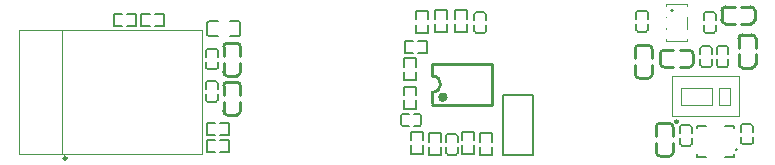
<source format=gto>
G04 Layer: TopSilkscreenLayer*
G04 EasyEDA Pro v2.2.45.4, 2026-01-24 23:10:09*
G04 Gerber Generator version 0.3*
G04 Scale: 100 percent, Rotated: No, Reflected: No*
G04 Dimensions in millimeters*
G04 Leading zeros omitted, absolute positions, 4 integers and 5 decimals*
G04 Generated by one-click*
%FSLAX45Y45*%
%MOMM*%
%ADD10C,0.254*%
%ADD11C,0.2032*%
%ADD12C,0.203*%
%ADD13C,0.1524*%
%ADD14C,0.15199*%
%ADD15C,0.1016*%
%ADD16C,0.1*%
%ADD17C,0.24*%
%ADD18C,0.1529*%
%ADD19C,0.15001*%
%ADD20C,0.4*%
G75*


G04 PolygonModel Start*
G54D10*
G01X9593743Y3533219D02*
G01X9593743Y3613216D01*
G01X9593697Y3477174D02*
G01X9593697Y3397176D01*
G01X9735711Y3533219D02*
G01X9735711Y3613216D01*
G01X9735663Y3477174D02*
G01X9735663Y3397176D01*
G01X9624725Y3644191D02*
G01X9704730Y3644191D01*
G01X9704677Y3366199D02*
G01X9624675Y3366199D01*
G01X9735663Y3397181D02*
G02X9704677Y3366199I-30983J0D01*
G01X9624680Y3366199D02*
G02X9593697Y3397181I0J30983D01*
G01X9593743Y3613211D02*
G02X9624725Y3644191I30983J-3D01*
G01X9704723Y3644191D02*
G02X9735711Y3613211I5J-30983D01*
G01X10436781Y3827943D02*
G01X10356784Y3827943D01*
G01X10492826Y3827897D02*
G01X10572824Y3827897D01*
G01X10436781Y3969911D02*
G01X10356784Y3969911D01*
G01X10492826Y3969863D02*
G01X10572824Y3969863D01*
G01X10325809Y3858925D02*
G01X10325809Y3938930D01*
G01X10603802Y3938877D02*
G01X10603802Y3858875D01*
G01X10572819Y3969863D02*
G02X10603802Y3938877I0J-30983D01*
G01X10603802Y3858880D02*
G02X10572819Y3827897I-30983J0D01*
G01X10356789Y3827943D02*
G02X10325809Y3858925I3J30983D01*
G01X10325809Y3938923D02*
G02X10356789Y3969911I30983J5D01*
G01X10611957Y3566081D02*
G01X10611957Y3486084D01*
G01X10612003Y3622126D02*
G01X10612003Y3702124D01*
G01X10469989Y3566081D02*
G01X10469989Y3486084D01*
G01X10470037Y3622126D02*
G01X10470037Y3702124D01*
G01X10580975Y3455109D02*
G01X10500970Y3455109D01*
G01X10501023Y3733102D02*
G01X10581025Y3733102D01*
G01X10470037Y3702119D02*
G02X10501023Y3733102I30983J0D01*
G01X10581020Y3733102D02*
G02X10612003Y3702119I0J-30983D01*
G01X10611957Y3486089D02*
G02X10580975Y3455109I-30983J3D01*
G01X10500977Y3455109D02*
G02X10469989Y3486089I-5J30983D01*
G01X9972119Y3601557D02*
G01X10052116Y3601557D01*
G01X9916074Y3601603D02*
G01X9836076Y3601603D01*
G01X9972119Y3459589D02*
G01X10052116Y3459589D01*
G01X9916074Y3459637D02*
G01X9836076Y3459637D01*
G01X10083091Y3570575D02*
G01X10083091Y3490570D01*
G01X9805099Y3490623D02*
G01X9805099Y3570625D01*
G01X9836081Y3459637D02*
G02X9805099Y3490623I0J30983D01*
G01X9805099Y3570620D02*
G02X9836081Y3601603I30983J0D01*
G01X10052111Y3601557D02*
G02X10083091Y3570575I-3J-30983D01*
G01X10083091Y3490577D02*
G02X10052111Y3459589I-30983J-5D01*
G01X6249660Y3166184D02*
G01X6249660Y3086186D01*
G01X6249706Y3222229D02*
G01X6249706Y3302226D01*
G01X6107692Y3166184D02*
G01X6107692Y3086186D01*
G01X6107740Y3222229D02*
G01X6107740Y3302226D01*
G01X6218677Y3055211D02*
G01X6138672Y3055211D01*
G01X6138725Y3333204D02*
G01X6218728Y3333204D01*
G01X6107740Y3302221D02*
G02X6138725Y3333204I30983J0D01*
G01X6218723Y3333204D02*
G02X6249706Y3302221I0J-30983D01*
G01X6249660Y3086191D02*
G02X6218677Y3055211I-30983J3D01*
G01X6138680Y3055211D02*
G02X6107692Y3086191I-5J30983D01*
G01X6249660Y3496079D02*
G01X6249660Y3416082D01*
G01X6249706Y3552124D02*
G01X6249706Y3632121D01*
G01X6107692Y3496079D02*
G01X6107692Y3416082D01*
G01X6107740Y3552124D02*
G01X6107740Y3632121D01*
G01X6218677Y3385106D02*
G01X6138672Y3385106D01*
G01X6138725Y3663099D02*
G01X6218728Y3663099D01*
G01X6107740Y3632116D02*
G02X6138725Y3663099I30983J0D01*
G01X6218723Y3663099D02*
G02X6249706Y3632116I0J-30983D01*
G01X6249660Y3416087D02*
G02X6218677Y3385106I-30983J3D01*
G01X6138680Y3385106D02*
G02X6107692Y3416087I-5J30983D01*
G54D11*
G01X8724900Y2717800D02*
G01X8470900Y2717800D01*
G01X8470900Y2717800D02*
G01X8470900Y3225800D01*
G01X8470900Y3225800D02*
G01X8724900Y3225800D01*
G01X8724900Y3225800D02*
G01X8724900Y3035300D01*
G54D12*
G01X8724900Y2717800D02*
G01X8724900Y3035300D01*
G54D13*
G01X6235700Y3849736D02*
G01X6251110Y3834501D01*
G01X6251110Y3834501D02*
G01X6251110Y3732858D01*
G01X6251110Y3732858D02*
G01X6235700Y3719601D01*
G01X5981700Y3719601D02*
G01X5966285Y3734702D01*
G01X5966285Y3734702D02*
G01X5966285Y3836345D01*
G01X5966285Y3836345D02*
G01X5981700Y3849601D01*
G54D14*
G01X6235901Y3719601D02*
G01X6159701Y3719601D01*
G01X5981494Y3849601D02*
G01X6057694Y3849601D01*
G01X6235901Y3849601D02*
G01X6159701Y3849601D01*
G01X5981494Y3719601D02*
G01X6057694Y3719601D01*
G54D15*
G01X9901230Y3041942D02*
G01X10471231Y3041942D01*
G01X10471231Y3041942D02*
G01X10471231Y3381921D01*
G01X10471231Y3381921D02*
G01X9901230Y3381921D01*
G01X9901230Y3381921D02*
G01X9901230Y3041942D01*
G01X9983739Y3141942D02*
G01X9983739Y3281921D01*
G01X9983739Y3281921D02*
G01X10243734Y3281921D01*
G01X10243734Y3281921D02*
G01X10243734Y3141942D01*
G01X10243734Y3141942D02*
G01X9983739Y3141942D01*
G01X10303731Y3141942D02*
G01X10303731Y3281921D01*
G01X10303731Y3281921D02*
G01X10393746Y3281921D01*
G01X10393746Y3281921D02*
G01X10393746Y3141942D01*
G01X10393746Y3141942D02*
G01X10303731Y3141942D01*
G54D13*
G01X10191245Y2699492D02*
G01X10116675Y2699492D01*
G01X10116675Y2699492D02*
G01X10116675Y2724061D01*
G01X10191245Y2964729D02*
G01X10116675Y2964729D01*
G01X10116675Y2964729D02*
G01X10116675Y2940159D01*
G01X10357350Y2699492D02*
G01X10431920Y2699492D01*
G01X10431920Y2699492D02*
G01X10431920Y2724061D01*
G01X10357350Y2964729D02*
G01X10431920Y2964729D01*
G01X10431920Y2964729D02*
G01X10431920Y2940159D01*
G54D10*
G01X8378000Y3489028D02*
G01X8378000Y3140685D01*
G01X7876540Y3383280D02*
G01X7876540Y3489028D01*
G01X7876540Y3154680D02*
G01X7876540Y3246120D01*
G01X7876540Y3140685D02*
G01X8378000Y3140685D01*
G01X7876540Y3489028D02*
G01X8378000Y3489028D01*
G01X7876540Y3383280D02*
G02X7876540Y3246120I0J-68580D01*
G54D16*
G01X9854103Y3975811D02*
G01X9854103Y3990406D01*
G01X9854103Y3880813D02*
G01X9854103Y3884981D01*
G01X9854103Y3785819D02*
G01X9854103Y3789985D01*
G01X9854103Y3680404D02*
G01X9854103Y3694989D01*
G01X10034105Y3975811D02*
G01X10034105Y3990406D01*
G01X10034105Y3785819D02*
G01X10034105Y3884983D01*
G01X10034105Y3680404D02*
G01X10034105Y3694991D01*
G01X10034105Y3680404D02*
G01X9854103Y3680404D01*
G01X10034105Y3990406D02*
G01X9854103Y3990406D01*
G36*
G01X9923699Y3937000D02*
G02X9888299Y3937000I-17700J-212D01*
G02X9923699Y3937000I17700J212D01*
G37*
G01X4743300Y2726197D02*
G01X4743300Y3776193D01*
G01X4376311Y3776210D02*
G01X4376311Y2726215D01*
G01X4376311Y2726215D02*
G01X5926313Y2726215D01*
G01X5926313Y2726215D02*
G01X5926313Y3776210D01*
G01X5926313Y3776210D02*
G01X4376311Y3776210D01*
G54D13*
G01X10586842Y2963827D02*
G01X10586842Y2913827D01*
G01X10502364Y2979069D02*
G01X10571604Y2979069D01*
G01X10487124Y2913827D02*
G01X10487124Y2963827D01*
G01X10487337Y2819550D02*
G01X10487337Y2869550D01*
G01X10587050Y2869550D02*
G01X10587050Y2819550D01*
G01X10571815Y2804307D02*
G01X10502572Y2804307D01*
G01X10587053Y2819550D02*
G02X10571813Y2804310I-15240J0D01*
G01X10502572Y2804310D02*
G02X10487332Y2819550I0J15240D01*
G01X10487124Y2963827D02*
G02X10502364Y2979067I15240J0D01*
G01X10571604Y2979067D02*
G02X10586844Y2963827I0J-15240D01*
G01X9970546Y2810761D02*
G01X9970546Y2860761D01*
G01X10055024Y2795519D02*
G01X9985784Y2795519D01*
G01X10070264Y2860761D02*
G01X10070264Y2810761D01*
G01X10070051Y2955039D02*
G01X10070051Y2905039D01*
G01X9970338Y2905039D02*
G01X9970338Y2955039D01*
G01X9985573Y2970281D02*
G01X10054816Y2970281D01*
G01X9970336Y2955039D02*
G02X9985576Y2970279I15240J0D01*
G01X10054816Y2970279D02*
G02X10070056Y2955039I0J-15240D01*
G01X10070264Y2810761D02*
G02X10055024Y2795521I-15240J0D01*
G01X9985784Y2795521D02*
G02X9970544Y2810761I0J15240D01*
G01X9701754Y3920239D02*
G01X9701754Y3870239D01*
G01X9617276Y3935481D02*
G01X9686516Y3935481D01*
G01X9602036Y3870239D02*
G01X9602036Y3920239D01*
G01X9602249Y3775961D02*
G01X9602249Y3825961D01*
G01X9701962Y3825961D02*
G01X9701962Y3775961D01*
G01X9686727Y3760719D02*
G01X9617484Y3760719D01*
G01X9701964Y3775961D02*
G02X9686724Y3760721I-15240J0D01*
G01X9617484Y3760721D02*
G02X9602244Y3775961I0J15240D01*
G01X9602036Y3920239D02*
G02X9617276Y3935479I15240J0D01*
G01X9686516Y3935479D02*
G02X9701756Y3920239I0J-15240D01*
G01X10273254Y3907539D02*
G01X10273254Y3857539D01*
G01X10188776Y3922781D02*
G01X10258016Y3922781D01*
G01X10173536Y3857539D02*
G01X10173536Y3907539D01*
G01X10173749Y3763261D02*
G01X10173749Y3813261D01*
G01X10273462Y3813261D02*
G01X10273462Y3763261D01*
G01X10258227Y3748019D02*
G01X10188984Y3748019D01*
G01X10273464Y3763261D02*
G02X10258224Y3748021I-15240J0D01*
G01X10188984Y3748021D02*
G02X10173744Y3763261I0J15240D01*
G01X10173536Y3907539D02*
G02X10188776Y3922779I15240J0D01*
G01X10258016Y3922779D02*
G02X10273256Y3907539I0J-15240D01*
G01X10142713Y3476280D02*
G01X10142713Y3526280D01*
G01X10227191Y3461038D02*
G01X10157950Y3461038D01*
G01X10242431Y3526280D02*
G01X10242431Y3476280D01*
G01X10242217Y3620557D02*
G01X10242217Y3570557D01*
G01X10142504Y3570557D02*
G01X10142504Y3620557D01*
G01X10157739Y3635800D02*
G01X10226982Y3635800D01*
G01X10142502Y3620557D02*
G02X10157742Y3635797I15240J0D01*
G01X10226982Y3635797D02*
G02X10242222Y3620557I0J-15240D01*
G01X10242431Y3476280D02*
G02X10227191Y3461040I-15240J0D01*
G01X10157950Y3461040D02*
G02X10142710Y3476280I0J15240D01*
G01X10282413Y3476280D02*
G01X10282413Y3526280D01*
G01X10366891Y3461038D02*
G01X10297650Y3461038D01*
G01X10382131Y3526280D02*
G01X10382131Y3476280D01*
G01X10381917Y3620557D02*
G01X10381917Y3570557D01*
G01X10282204Y3570557D02*
G01X10282204Y3620557D01*
G01X10297439Y3635800D02*
G01X10366682Y3635800D01*
G01X10282202Y3620557D02*
G02X10297442Y3635797I15240J0D01*
G01X10366682Y3635797D02*
G02X10381922Y3620557I0J-15240D01*
G01X10382131Y3476280D02*
G02X10366891Y3461040I-15240J0D01*
G01X10297650Y3461040D02*
G02X10282410Y3476280I0J15240D01*
G01X7624061Y3059654D02*
G01X7674061Y3059654D01*
G01X7608819Y2975176D02*
G01X7608819Y3044416D01*
G01X7674061Y2959936D02*
G01X7624061Y2959936D01*
G01X7768339Y2960149D02*
G01X7718339Y2960149D01*
G01X7718339Y3059862D02*
G01X7768339Y3059862D01*
G01X7783581Y3044627D02*
G01X7783581Y2975384D01*
G01X7768339Y3059864D02*
G02X7783579Y3044624I0J-15240D01*
G01X7783579Y2975384D02*
G02X7768339Y2960144I-15240J0D01*
G01X7624061Y2959936D02*
G02X7608821Y2975176I0J15240D01*
G01X7608821Y3044416D02*
G02X7624061Y3059656I15240J0D01*
G01X7989346Y2734561D02*
G01X7989346Y2784561D01*
G01X8073824Y2719319D02*
G01X8004584Y2719319D01*
G01X8089064Y2784561D02*
G01X8089064Y2734561D01*
G01X8088851Y2878839D02*
G01X8088851Y2828839D01*
G01X7989138Y2828839D02*
G01X7989138Y2878839D01*
G01X8004373Y2894081D02*
G01X8073616Y2894081D01*
G01X7989136Y2878839D02*
G02X8004376Y2894079I15240J0D01*
G01X8073616Y2894079D02*
G02X8088856Y2878839I0J-15240D01*
G01X8089064Y2734561D02*
G02X8073824Y2719321I-15240J0D01*
G01X8004584Y2719321D02*
G02X7989344Y2734561I0J15240D01*
G01X8230646Y3763261D02*
G01X8230646Y3813261D01*
G01X8315124Y3748019D02*
G01X8245884Y3748019D01*
G01X8330364Y3813261D02*
G01X8330364Y3763261D01*
G01X8330151Y3907539D02*
G01X8330151Y3857539D01*
G01X8230438Y3857539D02*
G01X8230438Y3907539D01*
G01X8245673Y3922781D02*
G01X8314916Y3922781D01*
G01X8230436Y3907539D02*
G02X8245676Y3922779I15240J0D01*
G01X8314916Y3922779D02*
G02X8330156Y3907539I0J-15240D01*
G01X8330364Y3763261D02*
G02X8315124Y3748021I-15240J0D01*
G01X8245884Y3748021D02*
G02X8230644Y3763261I0J15240D01*
G01X6080521Y2843860D02*
G01X6152325Y2843860D01*
G01X6152325Y2843860D02*
G01X6152325Y2744140D01*
G01X6152325Y2744140D02*
G01X6080521Y2744140D01*
G01X6035279Y2843860D02*
G01X5963476Y2843860D01*
G01X5963476Y2843860D02*
G01X5963476Y2744140D01*
G01X5963476Y2744140D02*
G01X6035279Y2744140D01*
G01X6080521Y2983560D02*
G01X6152325Y2983560D01*
G01X6152325Y2983560D02*
G01X6152325Y2883840D01*
G01X6152325Y2883840D02*
G01X6080521Y2883840D01*
G01X6035279Y2983560D02*
G01X5963476Y2983560D01*
G01X5963476Y2983560D02*
G01X5963476Y2883840D01*
G01X5963476Y2883840D02*
G01X6035279Y2883840D01*
G01X5483997Y3805758D02*
G01X5412194Y3805758D01*
G01X5412194Y3805758D02*
G01X5412194Y3905479D01*
G01X5412194Y3905479D02*
G01X5483997Y3905479D01*
G01X5529240Y3805758D02*
G01X5601043Y3805758D01*
G01X5601043Y3805758D02*
G01X5601043Y3905479D01*
G01X5601043Y3905479D02*
G01X5529240Y3905479D01*
G01X5293121Y3910660D02*
G01X5364925Y3910660D01*
G01X5364925Y3910660D02*
G01X5364925Y3810940D01*
G01X5364925Y3810940D02*
G01X5293121Y3810940D01*
G01X5247879Y3910660D02*
G01X5176076Y3910660D01*
G01X5176076Y3910660D02*
G01X5176076Y3810940D01*
G01X5176076Y3810940D02*
G01X5247879Y3810940D01*
G01X8228660Y2796779D02*
G01X8228660Y2724976D01*
G01X8228660Y2724976D02*
G01X8128940Y2724976D01*
G01X8128940Y2724976D02*
G01X8128940Y2796779D01*
G01X8228660Y2842021D02*
G01X8228660Y2913825D01*
G01X8228660Y2913825D02*
G01X8128940Y2913825D01*
G01X8128940Y2913825D02*
G01X8128940Y2842021D01*
G01X7697140Y2842021D02*
G01X7697140Y2913825D01*
G01X7697140Y2913825D02*
G01X7796860Y2913825D01*
G01X7796860Y2913825D02*
G01X7796860Y2842021D01*
G01X7697140Y2796779D02*
G01X7697140Y2724976D01*
G01X7697140Y2724976D02*
G01X7796860Y2724976D01*
G01X7796860Y2724976D02*
G01X7796860Y2796779D01*
G01X7949260Y2784079D02*
G01X7949260Y2712276D01*
G01X7949260Y2712276D02*
G01X7849540Y2712276D01*
G01X7849540Y2712276D02*
G01X7849540Y2784079D01*
G01X7949260Y2829321D02*
G01X7949260Y2901125D01*
G01X7949260Y2901125D02*
G01X7849540Y2901125D01*
G01X7849540Y2901125D02*
G01X7849540Y2829321D01*
G01X8381060Y2784079D02*
G01X8381060Y2712276D01*
G01X8381060Y2712276D02*
G01X8281340Y2712276D01*
G01X8281340Y2712276D02*
G01X8281340Y2784079D01*
G01X8381060Y2829321D02*
G01X8381060Y2901125D01*
G01X8381060Y2901125D02*
G01X8281340Y2901125D01*
G01X8281340Y2901125D02*
G01X8281340Y2829321D01*
G01X7837068Y3818571D02*
G01X7837068Y3746768D01*
G01X7837068Y3746768D02*
G01X7737348Y3746768D01*
G01X7737348Y3746768D02*
G01X7737348Y3818571D01*
G01X7837068Y3863814D02*
G01X7837068Y3935617D01*
G01X7837068Y3935617D02*
G01X7737348Y3935617D01*
G01X7737348Y3935617D02*
G01X7737348Y3863814D01*
G01X7733360Y3177779D02*
G01X7733360Y3105976D01*
G01X7733360Y3105976D02*
G01X7633640Y3105976D01*
G01X7633640Y3105976D02*
G01X7633640Y3177779D01*
G01X7733360Y3223021D02*
G01X7733360Y3294825D01*
G01X7733360Y3294825D02*
G01X7633640Y3294825D01*
G01X7633640Y3294825D02*
G01X7633640Y3223021D01*
G01X7733360Y3419079D02*
G01X7733360Y3347276D01*
G01X7733360Y3347276D02*
G01X7633640Y3347276D01*
G01X7633640Y3347276D02*
G01X7633640Y3419079D01*
G01X7733360Y3464321D02*
G01X7733360Y3536125D01*
G01X7733360Y3536125D02*
G01X7633640Y3536125D01*
G01X7633640Y3536125D02*
G01X7633640Y3464321D01*
G01X7711679Y3582340D02*
G01X7639876Y3582340D01*
G01X7639876Y3582340D02*
G01X7639876Y3682060D01*
G01X7639876Y3682060D02*
G01X7711679Y3682060D01*
G01X7756921Y3582340D02*
G01X7828725Y3582340D01*
G01X7828725Y3582340D02*
G01X7828725Y3682060D01*
G01X7828725Y3682060D02*
G01X7756921Y3682060D01*
G01X8000060Y3825479D02*
G01X8000060Y3753676D01*
G01X8000060Y3753676D02*
G01X7900340Y3753676D01*
G01X7900340Y3753676D02*
G01X7900340Y3825479D01*
G01X8000060Y3870721D02*
G01X8000060Y3942525D01*
G01X8000060Y3942525D02*
G01X7900340Y3942525D01*
G01X7900340Y3942525D02*
G01X7900340Y3870721D01*
G01X8165160Y3825479D02*
G01X8165160Y3753676D01*
G01X8165160Y3753676D02*
G01X8065440Y3753676D01*
G01X8065440Y3753676D02*
G01X8065440Y3825479D01*
G01X8165160Y3870721D02*
G01X8165160Y3942525D01*
G01X8165160Y3942525D02*
G01X8065440Y3942525D01*
G01X8065440Y3942525D02*
G01X8065440Y3870721D01*
G01X5957346Y3179061D02*
G01X5957346Y3229061D01*
G01X6041824Y3163819D02*
G01X5972584Y3163819D01*
G01X6057064Y3229061D02*
G01X6057064Y3179061D01*
G01X6056851Y3323339D02*
G01X6056851Y3273339D01*
G01X5957138Y3273339D02*
G01X5957138Y3323339D01*
G01X5972373Y3338581D02*
G01X6041616Y3338581D01*
G01X5957136Y3323339D02*
G02X5972376Y3338579I15240J0D01*
G01X6041616Y3338579D02*
G02X6056856Y3323339I0J-15240D01*
G01X6057064Y3179061D02*
G02X6041824Y3163821I-15240J0D01*
G01X5972584Y3163821D02*
G02X5957344Y3179061I0J15240D01*
G01X5961258Y3454550D02*
G01X5961258Y3504550D01*
G01X6045736Y3439307D02*
G01X5976496Y3439307D01*
G01X6060976Y3504550D02*
G01X6060976Y3454550D01*
G01X6060763Y3598827D02*
G01X6060763Y3548827D01*
G01X5961050Y3548827D02*
G01X5961050Y3598827D01*
G01X5976285Y3614069D02*
G01X6045528Y3614069D01*
G01X5961047Y3598827D02*
G02X5976287Y3614067I15240J0D01*
G01X6045528Y3614067D02*
G02X6060768Y3598827I0J-15240D01*
G01X6060976Y3454550D02*
G02X6045736Y3439310I-15240J0D01*
G01X5976496Y3439310D02*
G02X5961256Y3454550I0J15240D01*
G54D10*
G01X9913457Y2816781D02*
G01X9913457Y2736784D01*
G01X9913503Y2872826D02*
G01X9913503Y2952824D01*
G01X9771489Y2816781D02*
G01X9771489Y2736784D01*
G01X9771537Y2872826D02*
G01X9771537Y2952824D01*
G01X9882475Y2705809D02*
G01X9802470Y2705809D01*
G01X9802523Y2983802D02*
G01X9882525Y2983802D01*
G01X9771537Y2952819D02*
G02X9802523Y2983802I30983J0D01*
G01X9882520Y2983802D02*
G02X9913503Y2952819I0J-30983D01*
G01X9913457Y2736789D02*
G02X9882475Y2705809I-30983J3D01*
G01X9802477Y2705809D02*
G02X9771489Y2736789I-5J30983D01*

G04 Circle Start*
G54D17*
G01X9932111Y2997213D02*
G03X9956089Y2997213I11989J0D01*
G03X9932111Y2997213I-11989J0D01*
G54D19*
G01X10439809Y2758100D02*
G03X10454795Y2758100I7493J0D01*
G03X10439809Y2758100I-7493J0D01*
G54D20*
G01X7945011Y3203699D02*
G03X7984990Y3203699I19990J0D01*
G03X7945011Y3203699I-19990J0D01*
G54D10*
G01X4754601Y2689187D02*
G03X4780001Y2689187I12700J0D01*
G03X4754601Y2689187I-12700J0D01*
G04 Circle End*

M02*


</source>
